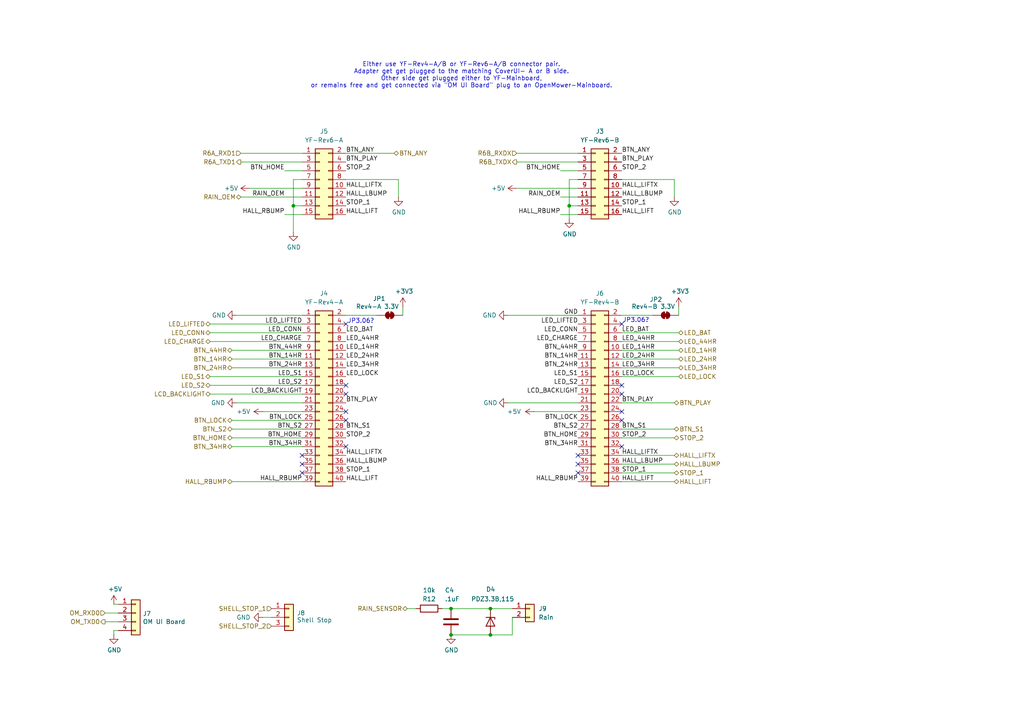
<source format=kicad_sch>
(kicad_sch (version 20231120) (generator "eeschema") (generator_version "8.0")
  (paper "A4")
  (title_block (title "YardForce Rev4-6 CoverUI-Adapter") (date "2024-11-11") (rev "0.2") (comment 1 "(C) Apehaenger 2024 <joerg@ebeling.ws>") (comment 2 "For https://openmower.de & Patrickzzz"))
  (lib_symbols
    (symbol "+5V_2" (power) (pin_numbers hide) (pin_names (offset 0) hide)
      (property "Value" "+5V" (at 0 3.556 0))
      (symbol "+5V_2_0_1"
        (polyline (pts (xy -0.762 1.27) (xy 0 2.54)))
        (polyline (pts (xy 0 0) (xy 0 2.54)))
        (polyline (pts (xy 0 2.54) (xy 0.762 1.27)))
      )
      (symbol "+5V_2_1_1"
        (pin power_in line (at 0 0 90) (length 0) (name "~") (number "1"))
      )
    )
    (symbol "+5V_3" (power) (pin_numbers hide) (pin_names (offset 0) hide)
      (property "Value" "+5V" (at 0 3.556 0))
      (symbol "+5V_3_0_1"
        (polyline (pts (xy -0.762 1.27) (xy 0 2.54)))
        (polyline (pts (xy 0 0) (xy 0 2.54)))
        (polyline (pts (xy 0 2.54) (xy 0.762 1.27)))
      )
      (symbol "+5V_3_1_1"
        (pin power_in line (at 0 0 90) (length 0) (name "~") (number "1"))
      )
    )
    (symbol "+5V_4" (power) (pin_numbers hide) (pin_names (offset 0) hide)
      (property "Value" "+5V" (at 0 3.556 0))
      (symbol "+5V_4_0_1"
        (polyline (pts (xy -0.762 1.27) (xy 0 2.54)))
        (polyline (pts (xy 0 0) (xy 0 2.54)))
        (polyline (pts (xy 0 2.54) (xy 0.762 1.27)))
      )
      (symbol "+5V_4_1_1"
        (pin power_in line (at 0 0 90) (length 0) (name "~") (number "1"))
      )
    )
    (symbol "+5V_5" (power) (pin_numbers hide) (pin_names (offset 0) hide)
      (property "Value" "+5V" (at 0 3.556 0))
      (symbol "+5V_5_0_1"
        (polyline (pts (xy -0.762 1.27) (xy 0 2.54)))
        (polyline (pts (xy 0 0) (xy 0 2.54)))
        (polyline (pts (xy 0 2.54) (xy 0.762 1.27)))
      )
      (symbol "+5V_5_1_1"
        (pin power_in line (at 0 0 90) (length 0) (name "~") (number "1"))
      )
    )
    (symbol "+5V_6" (power) (pin_numbers hide) (pin_names (offset 0) hide)
      (property "Value" "+5V" (at 0 3.556 0))
      (symbol "+5V_6_0_1"
        (polyline (pts (xy -0.762 1.27) (xy 0 2.54)))
        (polyline (pts (xy 0 0) (xy 0 2.54)))
        (polyline (pts (xy 0 2.54) (xy 0.762 1.27)))
      )
      (symbol "+5V_6_1_1"
        (pin power_in line (at 0 0 90) (length 0) (name "~") (number "1"))
      )
    )
    (symbol "Connector_Generic:Conn_01x02" (pin_names (offset 1.016) hide)
      (property "Reference" "J" (at 0 2.54 0))
      (property "Value" "Conn_01x02" (at 0 -5.08 0))
      (symbol "Conn_01x02_1_1"
        (rectangle (start -1.27 -2.413) (end 0 -2.667) (stroke (width 0.1524)))
        (rectangle (start -1.27 0.127) (end 0 -0.127) (stroke (width 0.1524)))
        (rectangle (start -1.27 1.27) (end 1.27 -3.81) (stroke (width 0.254)) (fill (type background)))
        (pin passive line (at -5.08 0 0) (length 3.81) (name "Pin_1") (number "1"))
        (pin passive line (at -5.08 -2.54 0) (length 3.81) (name "Pin_2") (number "2"))
      )
    )
    (symbol "Connector_Generic:Conn_01x03" (pin_names (offset 1.016) hide)
      (property "Reference" "J" (at 0 5.08 0))
      (property "Value" "Conn_01x03" (at 0 -5.08 0))
      (symbol "Conn_01x03_1_1"
        (rectangle (start -1.27 -2.413) (end 0 -2.667) (stroke (width 0.1524)))
        (rectangle (start -1.27 0.127) (end 0 -0.127) (stroke (width 0.1524)))
        (rectangle (start -1.27 2.667) (end 0 2.413) (stroke (width 0.1524)))
        (rectangle (start -1.27 3.81) (end 1.27 -3.81) (stroke (width 0.254)) (fill (type background)))
        (pin passive line (at -5.08 2.54 0) (length 3.81) (name "Pin_1") (number "1"))
        (pin passive line (at -5.08 0 0) (length 3.81) (name "Pin_2") (number "2"))
        (pin passive line (at -5.08 -2.54 0) (length 3.81) (name "Pin_3") (number "3"))
      )
    )
    (symbol "Connector_Generic:Conn_01x04" (pin_names (offset 1.016) hide)
      (property "Reference" "J" (at 0 5.08 0))
      (property "Value" "Conn_01x04" (at 0 -7.62 0))
      (symbol "Conn_01x04_1_1"
        (rectangle (start -1.27 -4.953) (end 0 -5.207) (stroke (width 0.1524)))
        (rectangle (start -1.27 -2.413) (end 0 -2.667) (stroke (width 0.1524)))
        (rectangle (start -1.27 0.127) (end 0 -0.127) (stroke (width 0.1524)))
        (rectangle (start -1.27 2.667) (end 0 2.413) (stroke (width 0.1524)))
        (rectangle (start -1.27 3.81) (end 1.27 -6.35) (stroke (width 0.254)) (fill (type background)))
        (pin passive line (at -5.08 2.54 0) (length 3.81) (name "Pin_1") (number "1"))
        (pin passive line (at -5.08 0 0) (length 3.81) (name "Pin_2") (number "2"))
        (pin passive line (at -5.08 -2.54 0) (length 3.81) (name "Pin_3") (number "3"))
        (pin passive line (at -5.08 -5.08 0) (length 3.81) (name "Pin_4") (number "4"))
      )
    )
    (symbol "Connector_Generic:Conn_02x08_Odd_Even" (pin_names (offset 1.016) hide)
      (property "Reference" "J" (at 1.27 10.16 0))
      (property "Value" "Conn_02x08_Odd_Even" (at 1.27 -12.7 0))
      (symbol "Conn_02x08_Odd_Even_1_1"
        (rectangle (start -1.27 -10.033) (end 0 -10.287) (stroke (width 0.1524)))
        (rectangle (start -1.27 -7.493) (end 0 -7.747) (stroke (width 0.1524)))
        (rectangle (start -1.27 -4.953) (end 0 -5.207) (stroke (width 0.1524)))
        (rectangle (start -1.27 -2.413) (end 0 -2.667) (stroke (width 0.1524)))
        (rectangle (start -1.27 0.127) (end 0 -0.127) (stroke (width 0.1524)))
        (rectangle (start -1.27 2.667) (end 0 2.413) (stroke (width 0.1524)))
        (rectangle (start -1.27 5.207) (end 0 4.953) (stroke (width 0.1524)))
        (rectangle (start -1.27 7.747) (end 0 7.493) (stroke (width 0.1524)))
        (rectangle (start -1.27 8.89) (end 3.81 -11.43) (stroke (width 0.254)) (fill (type background)))
        (rectangle (start 3.81 -10.033) (end 2.54 -10.287) (stroke (width 0.1524)))
        (rectangle (start 3.81 -7.493) (end 2.54 -7.747) (stroke (width 0.1524)))
        (rectangle (start 3.81 -4.953) (end 2.54 -5.207) (stroke (width 0.1524)))
        (rectangle (start 3.81 -2.413) (end 2.54 -2.667) (stroke (width 0.1524)))
        (rectangle (start 3.81 0.127) (end 2.54 -0.127) (stroke (width 0.1524)))
        (rectangle (start 3.81 2.667) (end 2.54 2.413) (stroke (width 0.1524)))
        (rectangle (start 3.81 5.207) (end 2.54 4.953) (stroke (width 0.1524)))
        (rectangle (start 3.81 7.747) (end 2.54 7.493) (stroke (width 0.1524)))
        (pin passive line (at -5.08 7.62 0) (length 3.81) (name "Pin_1") (number "1"))
        (pin passive line (at 7.62 -2.54 180) (length 3.81) (name "Pin_10") (number "10"))
        (pin passive line (at -5.08 -5.08 0) (length 3.81) (name "Pin_11") (number "11"))
        (pin passive line (at 7.62 -5.08 180) (length 3.81) (name "Pin_12") (number "12"))
        (pin passive line (at -5.08 -7.62 0) (length 3.81) (name "Pin_13") (number "13"))
        (pin passive line (at 7.62 -7.62 180) (length 3.81) (name "Pin_14") (number "14"))
        (pin passive line (at -5.08 -10.16 0) (length 3.81) (name "Pin_15") (number "15"))
        (pin passive line (at 7.62 -10.16 180) (length 3.81) (name "Pin_16") (number "16"))
        (pin passive line (at 7.62 7.62 180) (length 3.81) (name "Pin_2") (number "2"))
        (pin passive line (at -5.08 5.08 0) (length 3.81) (name "Pin_3") (number "3"))
        (pin passive line (at 7.62 5.08 180) (length 3.81) (name "Pin_4") (number "4"))
        (pin passive line (at -5.08 2.54 0) (length 3.81) (name "Pin_5") (number "5"))
        (pin passive line (at 7.62 2.54 180) (length 3.81) (name "Pin_6") (number "6"))
        (pin passive line (at -5.08 0 0) (length 3.81) (name "Pin_7") (number "7"))
        (pin passive line (at 7.62 0 180) (length 3.81) (name "Pin_8") (number "8"))
        (pin passive line (at -5.08 -2.54 0) (length 3.81) (name "Pin_9") (number "9"))
      )
    )
    (symbol "Connector_Generic:Conn_02x20_Odd_Even" (pin_names (offset 1.016) hide)
      (property "Reference" "J" (at 1.27 25.4 0))
      (property "Value" "Conn_02x20_Odd_Even" (at 1.27 -27.94 0))
      (symbol "Conn_02x20_Odd_Even_1_1"
        (rectangle (start -1.27 -25.273) (end 0 -25.527) (stroke (width 0.1524)))
        (rectangle (start -1.27 -22.733) (end 0 -22.987) (stroke (width 0.1524)))
        (rectangle (start -1.27 -20.193) (end 0 -20.447) (stroke (width 0.1524)))
        (rectangle (start -1.27 -17.653) (end 0 -17.907) (stroke (width 0.1524)))
        (rectangle (start -1.27 -15.113) (end 0 -15.367) (stroke (width 0.1524)))
        (rectangle (start -1.27 -12.573) (end 0 -12.827) (stroke (width 0.1524)))
        (rectangle (start -1.27 -10.033) (end 0 -10.287) (stroke (width 0.1524)))
        (rectangle (start -1.27 -7.493) (end 0 -7.747) (stroke (width 0.1524)))
        (rectangle (start -1.27 -4.953) (end 0 -5.207) (stroke (width 0.1524)))
        (rectangle (start -1.27 -2.413) (end 0 -2.667) (stroke (width 0.1524)))
        (rectangle (start -1.27 0.127) (end 0 -0.127) (stroke (width 0.1524)))
        (rectangle (start -1.27 2.667) (end 0 2.413) (stroke (width 0.1524)))
        (rectangle (start -1.27 5.207) (end 0 4.953) (stroke (width 0.1524)))
        (rectangle (start -1.27 7.747) (end 0 7.493) (stroke (width 0.1524)))
        (rectangle (start -1.27 10.287) (end 0 10.033) (stroke (width 0.1524)))
        (rectangle (start -1.27 12.827) (end 0 12.573) (stroke (width 0.1524)))
        (rectangle (start -1.27 15.367) (end 0 15.113) (stroke (width 0.1524)))
        (rectangle (start -1.27 17.907) (end 0 17.653) (stroke (width 0.1524)))
        (rectangle (start -1.27 20.447) (end 0 20.193) (stroke (width 0.1524)))
        (rectangle (start -1.27 22.987) (end 0 22.733) (stroke (width 0.1524)))
        (rectangle (start -1.27 24.13) (end 3.81 -26.67) (stroke (width 0.254)) (fill (type background)))
        (rectangle (start 3.81 -25.273) (end 2.54 -25.527) (stroke (width 0.1524)))
        (rectangle (start 3.81 -22.733) (end 2.54 -22.987) (stroke (width 0.1524)))
        (rectangle (start 3.81 -20.193) (end 2.54 -20.447) (stroke (width 0.1524)))
        (rectangle (start 3.81 -17.653) (end 2.54 -17.907) (stroke (width 0.1524)))
        (rectangle (start 3.81 -15.113) (end 2.54 -15.367) (stroke (width 0.1524)))
        (rectangle (start 3.81 -12.573) (end 2.54 -12.827) (stroke (width 0.1524)))
        (rectangle (start 3.81 -10.033) (end 2.54 -10.287) (stroke (width 0.1524)))
        (rectangle (start 3.81 -7.493) (end 2.54 -7.747) (stroke (width 0.1524)))
        (rectangle (start 3.81 -4.953) (end 2.54 -5.207) (stroke (width 0.1524)))
        (rectangle (start 3.81 -2.413) (end 2.54 -2.667) (stroke (width 0.1524)))
        (rectangle (start 3.81 0.127) (end 2.54 -0.127) (stroke (width 0.1524)))
        (rectangle (start 3.81 2.667) (end 2.54 2.413) (stroke (width 0.1524)))
        (rectangle (start 3.81 5.207) (end 2.54 4.953) (stroke (width 0.1524)))
        (rectangle (start 3.81 7.747) (end 2.54 7.493) (stroke (width 0.1524)))
        (rectangle (start 3.81 10.287) (end 2.54 10.033) (stroke (width 0.1524)))
        (rectangle (start 3.81 12.827) (end 2.54 12.573) (stroke (width 0.1524)))
        (rectangle (start 3.81 15.367) (end 2.54 15.113) (stroke (width 0.1524)))
        (rectangle (start 3.81 17.907) (end 2.54 17.653) (stroke (width 0.1524)))
        (rectangle (start 3.81 20.447) (end 2.54 20.193) (stroke (width 0.1524)))
        (rectangle (start 3.81 22.987) (end 2.54 22.733) (stroke (width 0.1524)))
        (pin passive line (at -5.08 22.86 0) (length 3.81) (name "Pin_1") (number "1"))
        (pin passive line (at 7.62 12.7 180) (length 3.81) (name "Pin_10") (number "10"))
        (pin passive line (at -5.08 10.16 0) (length 3.81) (name "Pin_11") (number "11"))
        (pin passive line (at 7.62 10.16 180) (length 3.81) (name "Pin_12") (number "12"))
        (pin passive line (at -5.08 7.62 0) (length 3.81) (name "Pin_13") (number "13"))
        (pin passive line (at 7.62 7.62 180) (length 3.81) (name "Pin_14") (number "14"))
        (pin passive line (at -5.08 5.08 0) (length 3.81) (name "Pin_15") (number "15"))
        (pin passive line (at 7.62 5.08 180) (length 3.81) (name "Pin_16") (number "16"))
        (pin passive line (at -5.08 2.54 0) (length 3.81) (name "Pin_17") (number "17"))
        (pin passive line (at 7.62 2.54 180) (length 3.81) (name "Pin_18") (number "18"))
        (pin passive line (at -5.08 0 0) (length 3.81) (name "Pin_19") (number "19"))
        (pin passive line (at 7.62 22.86 180) (length 3.81) (name "Pin_2") (number "2"))
        (pin passive line (at 7.62 0 180) (length 3.81) (name "Pin_20") (number "20"))
        (pin passive line (at -5.08 -2.54 0) (length 3.81) (name "Pin_21") (number "21"))
        (pin passive line (at 7.62 -2.54 180) (length 3.81) (name "Pin_22") (number "22"))
        (pin passive line (at -5.08 -5.08 0) (length 3.81) (name "Pin_23") (number "23"))
        (pin passive line (at 7.62 -5.08 180) (length 3.81) (name "Pin_24") (number "24"))
        (pin passive line (at -5.08 -7.62 0) (length 3.81) (name "Pin_25") (number "25"))
        (pin passive line (at 7.62 -7.62 180) (length 3.81) (name "Pin_26") (number "26"))
        (pin passive line (at -5.08 -10.16 0) (length 3.81) (name "Pin_27") (number "27"))
        (pin passive line (at 7.62 -10.16 180) (length 3.81) (name "Pin_28") (number "28"))
        (pin passive line (at -5.08 -12.7 0) (length 3.81) (name "Pin_29") (number "29"))
        (pin passive line (at -5.08 20.32 0) (length 3.81) (name "Pin_3") (number "3"))
        (pin passive line (at 7.62 -12.7 180) (length 3.81) (name "Pin_30") (number "30"))
        (pin passive line (at -5.08 -15.24 0) (length 3.81) (name "Pin_31") (number "31"))
        (pin passive line (at 7.62 -15.24 180) (length 3.81) (name "Pin_32") (number "32"))
        (pin passive line (at -5.08 -17.78 0) (length 3.81) (name "Pin_33") (number "33"))
        (pin passive line (at 7.62 -17.78 180) (length 3.81) (name "Pin_34") (number "34"))
        (pin passive line (at -5.08 -20.32 0) (length 3.81) (name "Pin_35") (number "35"))
        (pin passive line (at 7.62 -20.32 180) (length 3.81) (name "Pin_36") (number "36"))
        (pin passive line (at -5.08 -22.86 0) (length 3.81) (name "Pin_37") (number "37"))
        (pin passive line (at 7.62 -22.86 180) (length 3.81) (name "Pin_38") (number "38"))
        (pin passive line (at -5.08 -25.4 0) (length 3.81) (name "Pin_39") (number "39"))
        (pin passive line (at 7.62 20.32 180) (length 3.81) (name "Pin_4") (number "4"))
        (pin passive line (at 7.62 -25.4 180) (length 3.81) (name "Pin_40") (number "40"))
        (pin passive line (at -5.08 17.78 0) (length 3.81) (name "Pin_5") (number "5"))
        (pin passive line (at 7.62 17.78 180) (length 3.81) (name "Pin_6") (number "6"))
        (pin passive line (at -5.08 15.24 0) (length 3.81) (name "Pin_7") (number "7"))
        (pin passive line (at 7.62 15.24 180) (length 3.81) (name "Pin_8") (number "8"))
        (pin passive line (at -5.08 12.7 0) (length 3.81) (name "Pin_9") (number "9"))
      )
    )
    (symbol "Device:C" (pin_numbers hide) (pin_names (offset 0.254))
      (property "Reference" "C" (at 0.635 2.54 0))
      (property "Value" "C" (at 0.635 -2.54 0))
      (symbol "C_0_1"
        (polyline (pts (xy -2.032 -0.762) (xy 2.032 -0.762)) (stroke (width 0.508)))
        (polyline (pts (xy -2.032 0.762) (xy 2.032 0.762)) (stroke (width 0.508)))
      )
      (symbol "C_1_1"
        (pin passive line (at 0 3.81 270) (length 2.794) (name "~") (number "1"))
        (pin passive line (at 0 -3.81 90) (length 2.794) (name "~") (number "2"))
      )
    )
    (symbol "Device:D_Zener" (pin_numbers hide) (pin_names (offset 1.016) hide)
      (property "Reference" "D" (at 0 2.54 0))
      (property "Value" "D_Zener" (at 0 -2.54 0))
      (symbol "D_Zener_0_1"
        (polyline (pts (xy 1.27 0) (xy -1.27 0)))
        (polyline (pts (xy -1.27 -1.27) (xy -1.27 1.27) (xy -0.762 1.27)) (stroke (width 0.254)))
        (polyline (pts (xy 1.27 -1.27) (xy 1.27 1.27) (xy -1.27 0) (xy 1.27 -1.27)) (stroke (width 0.254)))
      )
      (symbol "D_Zener_1_1"
        (pin passive line (at -3.81 0 0) (length 2.54) (name "K") (number "1"))
        (pin passive line (at 3.81 0 180) (length 2.54) (name "A") (number "2"))
      )
    )
    (symbol "Device:R" (pin_numbers hide) (pin_names (offset 0))
      (property "Reference" "R" (at 2.032 0 90))
      (property "Value" "R" (at 0 0 90))
      (symbol "R_0_1"
        (rectangle (start -1.016 -2.54) (end 1.016 2.54) (stroke (width 0.254)))
      )
      (symbol "R_1_1"
        (pin passive line (at 0 3.81 270) (length 1.27) (name "~") (number "1"))
        (pin passive line (at 0 -3.81 90) (length 1.27) (name "~") (number "2"))
      )
    )
    (symbol "GND_10" (power) (pin_numbers hide) (pin_names (offset 0) hide)
      (property "Value" "GND" (at 0 -3.81 0))
      (symbol "GND_10_0_1"
        (polyline (pts (xy 0 0) (xy 0 -1.27) (xy 1.27 -1.27) (xy 0 -2.54) (xy -1.27 -1.27) (xy 0 -1.27)))
      )
      (symbol "GND_10_1_1"
        (pin power_in line (at 0 0 270) (length 0) (name "~") (number "1"))
      )
    )
    (symbol "GND_11" (power) (pin_numbers hide) (pin_names (offset 0) hide)
      (property "Value" "GND" (at 0 -3.81 0))
      (symbol "GND_11_0_1"
        (polyline (pts (xy 0 0) (xy 0 -1.27) (xy 1.27 -1.27) (xy 0 -2.54) (xy -1.27 -1.27) (xy 0 -1.27)))
      )
      (symbol "GND_11_1_1"
        (pin power_in line (at 0 0 270) (length 0) (name "~") (number "1"))
      )
    )
    (symbol "GND_12" (power) (pin_numbers hide) (pin_names (offset 0) hide)
      (property "Value" "GND" (at 0 -3.81 0))
      (symbol "GND_12_0_1"
        (polyline (pts (xy 0 0) (xy 0 -1.27) (xy 1.27 -1.27) (xy 0 -2.54) (xy -1.27 -1.27) (xy 0 -1.27)))
      )
      (symbol "GND_12_1_1"
        (pin power_in line (at 0 0 270) (length 0) (name "~") (number "1"))
      )
    )
    (symbol "GND_13" (power) (pin_numbers hide) (pin_names (offset 0) hide)
      (property "Value" "GND" (at 0 -3.81 0))
      (symbol "GND_13_0_1"
        (polyline (pts (xy 0 0) (xy 0 -1.27) (xy 1.27 -1.27) (xy 0 -2.54) (xy -1.27 -1.27) (xy 0 -1.27)))
      )
      (symbol "GND_13_1_1"
        (pin power_in line (at 0 0 270) (length 0) (name "~") (number "1"))
      )
    )
    (symbol "GND_3" (power) (pin_numbers hide) (pin_names (offset 0) hide)
      (property "Value" "GND" (at 0 -3.81 0))
      (symbol "GND_3_0_1"
        (polyline (pts (xy 0 0) (xy 0 -1.27) (xy 1.27 -1.27) (xy 0 -2.54) (xy -1.27 -1.27) (xy 0 -1.27)))
      )
      (symbol "GND_3_1_1"
        (pin power_in line (at 0 0 270) (length 0) (name "~") (number "1"))
      )
    )
    (symbol "GND_4" (power) (pin_numbers hide) (pin_names (offset 0) hide)
      (property "Value" "GND" (at 0 -3.81 0))
      (symbol "GND_4_0_1"
        (polyline (pts (xy 0 0) (xy 0 -1.27) (xy 1.27 -1.27) (xy 0 -2.54) (xy -1.27 -1.27) (xy 0 -1.27)))
      )
      (symbol "GND_4_1_1"
        (pin power_in line (at 0 0 270) (length 0) (name "~") (number "1"))
      )
    )
    (symbol "GND_6" (power) (pin_numbers hide) (pin_names (offset 0) hide)
      (property "Value" "GND" (at 0 -3.81 0))
      (symbol "GND_6_0_1"
        (polyline (pts (xy 0 0) (xy 0 -1.27) (xy 1.27 -1.27) (xy 0 -2.54) (xy -1.27 -1.27) (xy 0 -1.27)))
      )
      (symbol "GND_6_1_1"
        (pin power_in line (at 0 0 270) (length 0) (name "~") (number "1"))
      )
    )
    (symbol "GND_8" (power) (pin_numbers hide) (pin_names (offset 0) hide)
      (property "Value" "GND" (at 0 -3.81 0))
      (symbol "GND_8_0_1"
        (polyline (pts (xy 0 0) (xy 0 -1.27) (xy 1.27 -1.27) (xy 0 -2.54) (xy -1.27 -1.27) (xy 0 -1.27)))
      )
      (symbol "GND_8_1_1"
        (pin power_in line (at 0 0 270) (length 0) (name "~") (number "1"))
      )
    )
    (symbol "GND_9" (power) (pin_numbers hide) (pin_names (offset 0) hide)
      (property "Value" "GND" (at 0 -3.81 0))
      (symbol "GND_9_0_1"
        (polyline (pts (xy 0 0) (xy 0 -1.27) (xy 1.27 -1.27) (xy 0 -2.54) (xy -1.27 -1.27) (xy 0 -1.27)))
      )
      (symbol "GND_9_1_1"
        (pin power_in line (at 0 0 270) (length 0) (name "~") (number "1"))
      )
    )
    (symbol "Jumper:SolderJumper_2_Bridged" (pin_numbers hide) (pin_names (offset 0) hide) (exclude_from_sim yes) (in_bom no)
      (property "Reference" "JP" (at 0 2.032 0))
      (property "Value" "SolderJumper_2_Bridged" (at 0 -2.54 0))
      (symbol "SolderJumper_2_Bridged_0_1"
        (rectangle (start -0.508 0.508) (end 0.508 -0.508) (fill (type outline)))
        (arc (start -0.254 1.016) (mid -1.2656 0) (end -0.254 -1.016))
        (arc (start -0.254 1.016) (mid -1.2656 0) (end -0.254 -1.016) (fill (type outline)))
        (polyline (pts (xy -0.254 1.016) (xy -0.254 -1.016)))
        (polyline (pts (xy 0.254 1.016) (xy 0.254 -1.016)))
        (arc (start 0.254 -1.016) (mid 1.2656 0) (end 0.254 1.016))
        (arc (start 0.254 -1.016) (mid 1.2656 0) (end 0.254 1.016) (fill (type outline)))
      )
      (symbol "SolderJumper_2_Bridged_1_1"
        (pin passive line (at -3.81 0 0) (length 2.54) (name "A") (number "1"))
        (pin passive line (at 3.81 0 180) (length 2.54) (name "B") (number "2"))
      )
    )
    (symbol "power:+3.3V" (power) (pin_numbers hide) (pin_names (offset 0) hide)
      (property "Value" "+3.3V" (at 0 3.556 0))
      (symbol "+3.3V_0_1"
        (polyline (pts (xy -0.762 1.27) (xy 0 2.54)))
        (polyline (pts (xy 0 0) (xy 0 2.54)))
        (polyline (pts (xy 0 2.54) (xy 0.762 1.27)))
      )
      (symbol "+3.3V_1_1"
        (pin power_in line (at 0 0 90) (length 0) (name "~") (number "1"))
      )
    )
    (symbol "power:GND" (power) (pin_numbers hide) (pin_names (offset 0) hide)
      (property "Value" "GND" (at 0 -3.81 0))
      (symbol "GND_0_1"
        (polyline (pts (xy 0 0) (xy 0 -1.27) (xy 1.27 -1.27) (xy 0 -2.54) (xy -1.27 -1.27) (xy 0 -1.27)))
      )
      (symbol "GND_1_1"
        (pin power_in line (at 0 0 270) (length 0) (name "~") (number "1"))
      )
    )
  )
  (junction (at 130.81 184.15))
  (junction (at 165.1 59.69))
  (junction (at 85.09 59.69))
  (junction (at 142.24 184.15))
  (junction (at 142.24 176.53))
  (junction (at 130.81 176.53))
  (no_connect (at 180.34 93.98))
  (no_connect (at 180.34 121.92))
  (no_connect (at 180.34 111.76))
  (no_connect (at 87.63 132.08))
  (no_connect (at 87.63 137.16))
  (no_connect (at 167.64 137.16))
  (no_connect (at 100.33 111.76))
  (no_connect (at 180.34 129.54))
  (no_connect (at 100.33 93.98))
  (no_connect (at 100.33 114.3))
  (no_connect (at 167.64 134.62))
  (no_connect (at 100.33 121.92))
  (no_connect (at 87.63 134.62))
  (no_connect (at 167.64 132.08))
  (no_connect (at 180.34 114.3))
  (no_connect (at 180.34 119.38))
  (no_connect (at 100.33 129.54))
  (no_connect (at 100.33 119.38))
  (wire (pts (xy 180.34 104.14) (xy 196.85 104.14)))
  (wire (pts (xy 85.09 52.07) (xy 85.09 59.69)))
  (wire (pts (xy 167.64 52.07) (xy 165.1 52.07)))
  (wire (pts (xy 60.96 109.22) (xy 87.63 109.22)))
  (wire (pts (xy 180.34 137.16) (xy 195.58 137.16)))
  (wire (pts (xy 60.96 96.52) (xy 87.63 96.52)))
  (wire (pts (xy 30.48 177.8) (xy 34.29 177.8)))
  (wire (pts (xy 87.63 52.07) (xy 85.09 52.07)))
  (wire (pts (xy 115.57 52.07) (xy 115.57 57.15)))
  (wire (pts (xy 60.96 114.3) (xy 87.63 114.3)))
  (wire (pts (xy 180.34 52.07) (xy 195.58 52.07)))
  (wire (pts (xy 60.96 111.76) (xy 87.63 111.76)))
  (wire (pts (xy 142.24 176.53) (xy 148.59 176.53)))
  (wire (pts (xy 67.31 124.46) (xy 87.63 124.46)))
  (wire (pts (xy 82.55 49.53) (xy 87.63 49.53)))
  (wire (pts (xy 180.34 127) (xy 195.58 127)))
  (wire (pts (xy 67.31 127) (xy 87.63 127)))
  (wire (pts (xy 195.58 52.07) (xy 195.58 57.15)))
  (wire (pts (xy 76.2 179.07) (xy 78.74 179.07)))
  (wire (pts (xy 149.86 54.61) (xy 167.64 54.61)))
  (wire (pts (xy 100.33 91.44) (xy 109.22 91.44)))
  (wire (pts (xy 34.29 182.88) (xy 33.02 182.88)))
  (wire (pts (xy 76.2 119.38) (xy 87.63 119.38)))
  (wire (pts (xy 130.81 176.53) (xy 142.24 176.53)))
  (wire (pts (xy 67.31 129.54) (xy 87.63 129.54)))
  (wire (pts (xy 148.59 184.15) (xy 142.24 184.15)))
  (wire (pts (xy 30.48 180.34) (xy 34.29 180.34)))
  (wire (pts (xy 165.1 52.07) (xy 165.1 59.69)))
  (wire (pts (xy 196.85 88.9) (xy 196.85 91.44)))
  (wire (pts (xy 180.34 91.44) (xy 189.23 91.44)))
  (wire (pts (xy 67.31 106.68) (xy 87.63 106.68)))
  (wire (pts (xy 148.59 179.07) (xy 148.59 184.15)))
  (wire (pts (xy 180.34 96.52) (xy 196.85 96.52)))
  (wire (pts (xy 147.32 91.44) (xy 167.64 91.44)))
  (wire (pts (xy 180.34 116.84) (xy 195.58 116.84)))
  (wire (pts (xy 180.34 106.68) (xy 196.85 106.68)))
  (wire (pts (xy 165.1 59.69) (xy 165.1 63.5)))
  (wire (pts (xy 33.02 182.88) (xy 33.02 184.15)))
  (wire (pts (xy 149.86 44.45) (xy 167.64 44.45)))
  (wire (pts (xy 85.09 59.69) (xy 87.63 59.69)))
  (wire (pts (xy 180.34 109.22) (xy 196.85 109.22)))
  (wire (pts (xy 100.33 44.45) (xy 114.3 44.45)))
  (wire (pts (xy 162.56 49.53) (xy 167.64 49.53)))
  (wire (pts (xy 167.64 119.38) (xy 154.94 119.38)))
  (wire (pts (xy 147.32 116.84) (xy 167.64 116.84)))
  (wire (pts (xy 72.39 54.61) (xy 87.63 54.61)))
  (wire (pts (xy 67.31 104.14) (xy 87.63 104.14)))
  (wire (pts (xy 82.55 62.23) (xy 87.63 62.23)))
  (wire (pts (xy 180.34 139.7) (xy 195.58 139.7)))
  (wire (pts (xy 69.85 46.99) (xy 87.63 46.99)))
  (wire (pts (xy 165.1 59.69) (xy 167.64 59.69)))
  (wire (pts (xy 180.34 132.08) (xy 195.58 132.08)))
  (wire (pts (xy 162.56 57.15) (xy 167.64 57.15)))
  (wire (pts (xy 180.34 99.06) (xy 196.85 99.06)))
  (wire (pts (xy 149.86 46.99) (xy 167.64 46.99)))
  (wire (pts (xy 128.27 176.53) (xy 130.81 176.53)))
  (wire (pts (xy 67.31 139.7) (xy 87.63 139.7)))
  (wire (pts (xy 180.34 101.6) (xy 196.85 101.6)))
  (wire (pts (xy 85.09 59.69) (xy 85.09 67.31)))
  (wire (pts (xy 180.34 134.62) (xy 195.58 134.62)))
  (wire (pts (xy 180.34 124.46) (xy 195.58 124.46)))
  (wire (pts (xy 69.85 57.15) (xy 87.63 57.15)))
  (wire (pts (xy 118.11 176.53) (xy 120.65 176.53)))
  (wire (pts (xy 60.96 93.98) (xy 87.63 93.98)))
  (wire (pts (xy 60.96 99.06) (xy 87.63 99.06)))
  (wire (pts (xy 67.31 101.6) (xy 87.63 101.6)))
  (wire (pts (xy 87.63 91.44) (xy 68.58 91.44)))
  (wire (pts (xy 100.33 52.07) (xy 115.57 52.07)))
  (wire (pts (xy 68.58 116.84) (xy 87.63 116.84)))
  (wire (pts (xy 130.81 184.15) (xy 142.24 184.15)))
  (wire (pts (xy 67.31 121.92) (xy 87.63 121.92)))
  (wire (pts (xy 69.85 44.45) (xy 87.63 44.45)))
  (wire (pts (xy 116.84 88.9) (xy 116.84 91.44)))
  (wire (pts (xy 162.56 62.23) (xy 167.64 62.23)))
  (wire (pts (xy 33.02 175.26) (xy 34.29 175.26)))
  (text "JP3.06?" (at 100.838 93.218 0) (effects (font (size 1.27 1.27)) (justify left)))
  (text "JP3.06?" (at 180.594 92.964 0) (effects (font (size 1.27 1.27)) (justify left)))
  (text "Either use YF-Rev4-A/B or YF-Rev6-A/B connector pair.\nAdapter get get plugged to the matching CoverUI- A or B side.\nOther side get plugged either to YF-Mainboard,\nor remains free and get connected via \"OM UI Board\" plug to an OpenMower-Mainboard.\n" (at 133.858 21.844 0) (effects (font (size 1.27 1.27))))
  (label "BTN_PLAY" (at 180.34 116.84 0))
  (label "BTN_HOME" (at 87.63 127 180))
  (label "BTN_S2" (at 87.63 124.46 180))
  (label "LED_LOCK" (at 180.34 109.22 0))
  (label "BTN_34HR" (at 167.64 129.54 180))
  (label "LED_34HR" (at 180.34 106.68 0))
  (label "HALL_LIFT" (at 180.34 62.23 0))
  (label "STOP_1" (at 180.34 137.16 0))
  (label "LED_24HR" (at 180.34 104.14 0))
  (label "BTN_44HR" (at 167.64 101.6 180))
  (label "HALL_LBUMP" (at 100.33 57.15 0))
  (label "LED_24HR" (at 100.33 104.14 0))
  (label "BTN_24HR" (at 87.63 106.68 180))
  (label "STOP_2" (at 180.34 49.53 0))
  (label "HALL_RBUMP" (at 162.56 62.23 180))
  (label "BTN_HOME" (at 167.64 127 180))
  (label "LED_34HR" (at 100.33 106.68 0))
  (label "BTN_ANY" (at 180.34 44.45 0))
  (label "HALL_LBUMP" (at 180.34 134.62 0))
  (label "LED_CHARGE" (at 167.64 99.06 180))
  (label "HALL_LIFTX" (at 180.34 132.08 0))
  (label "RAIN_OEM" (at 82.55 57.15 180))
  (label "BTN_PLAY" (at 180.34 46.99 0))
  (label "STOP_1" (at 180.34 59.69 0))
  (label "LED_14HR" (at 180.34 101.6 0))
  (label "RAIN_OEM" (at 162.56 57.15 180))
  (label "HALL_LIFT" (at 100.33 62.23 0))
  (label "BTN_LOCK" (at 167.64 121.92 180))
  (label "LED_44HR" (at 100.33 99.06 0))
  (label "LED_44HR" (at 180.34 99.06 0))
  (label "BTN_S1" (at 100.33 124.46 0))
  (label "LED_LOCK" (at 100.33 109.22 0))
  (label "LCD_BACKLIGHT" (at 87.63 114.3 180))
  (label "HALL_LIFT" (at 180.34 139.7 0))
  (label "HALL_LIFTX" (at 100.33 132.08 0))
  (label "HALL_RBUMP" (at 87.63 139.7 180))
  (label "BTN_S2" (at 167.64 124.46 180))
  (label "BTN_34HR" (at 87.63 129.54 180))
  (label "STOP_2" (at 100.33 49.53 0))
  (label "BTN_44HR" (at 87.63 101.6 180))
  (label "STOP_2" (at 100.33 127 0))
  (label "HALL_LBUMP" (at 180.34 57.15 0))
  (label "BTN_14HR" (at 87.63 104.14 180))
  (label "LED_S2" (at 87.63 111.76 180))
  (label "LED_BAT" (at 100.33 96.52 0))
  (label "LED_BAT" (at 180.34 96.52 0))
  (label "HALL_LIFT" (at 100.33 139.7 0))
  (label "HALL_LBUMP" (at 100.33 134.62 0))
  (label "BTN_HOME" (at 82.55 49.53 180))
  (label "HALL_LIFTX" (at 180.34 54.61 0))
  (label "LED_S2" (at 167.64 111.76 180))
  (label "LED_CONN" (at 167.64 96.52 180))
  (label "BTN_PLAY" (at 100.33 46.99 0))
  (label "GND" (at 167.64 91.44 180))
  (label "BTN_24HR" (at 167.64 106.68 180))
  (label "LED_CONN" (at 87.63 96.52 180))
  (label "BTN_S1" (at 180.34 124.46 0))
  (label "LED_14HR" (at 100.33 101.6 0))
  (label "BTN_14HR" (at 167.64 104.14 180))
  (label "BTN_PLAY" (at 100.33 116.84 0))
  (label "STOP_1" (at 100.33 137.16 0))
  (label "BTN_LOCK" (at 87.63 121.92 180))
  (label "LED_S1" (at 87.63 109.22 180))
  (label "HALL_LIFTX" (at 100.33 54.61 0))
  (label "BTN_HOME" (at 162.56 49.53 180))
  (label "HALL_RBUMP" (at 82.55 62.23 180))
  (label "LED_CHARGE" (at 87.63 99.06 180))
  (label "STOP_1" (at 100.33 59.69 0))
  (label "BTN_ANY" (at 100.33 44.45 0))
  (label "HALL_RBUMP" (at 167.64 139.7 180))
  (label "LED_S1" (at 167.64 109.22 180))
  (label "LED_LIFTED" (at 167.64 93.98 180))
  (label "LCD_BACKLIGHT" (at 167.64 114.3 180))
  (label "STOP_2" (at 180.34 127 0))
  (label "LED_LIFTED" (at 87.63 93.98 180))
  (hierarchical_label "LED_44HR" (shape bidirectional) (at 196.85 99.06 0))
  (hierarchical_label "HALL_LIFT" (shape bidirectional) (at 195.58 139.7 0))
  (hierarchical_label "BTN_ANY" (shape bidirectional) (at 114.3 44.45 0))
  (hierarchical_label "LED_34HR" (shape bidirectional) (at 196.85 106.68 0))
  (hierarchical_label "OM_RXD0" (shape input) (at 30.48 177.8 180))
  (hierarchical_label "R6A_TXD1" (shape output) (at 69.85 46.99 180))
  (hierarchical_label "HALL_LBUMP" (shape bidirectional) (at 195.58 134.62 0))
  (hierarchical_label "LED_24HR" (shape bidirectional) (at 196.85 104.14 0))
  (hierarchical_label "RAIN_SENSOR" (shape bidirectional) (at 118.11 176.53 180))
  (hierarchical_label "LED_14HR" (shape bidirectional) (at 196.85 101.6 0))
  (hierarchical_label "LED_S1" (shape bidirectional) (at 60.96 109.22 180))
  (hierarchical_label "BTN_34HR" (shape bidirectional) (at 67.31 129.54 180))
  (hierarchical_label "RAIN_OEM" (shape bidirectional) (at 69.85 57.15 180))
  (hierarchical_label "R6B_TXDX" (shape output) (at 149.86 46.99 180))
  (hierarchical_label "LED_LOCK" (shape bidirectional) (at 196.85 109.22 0))
  (hierarchical_label "LCD_BACKLIGHT" (shape bidirectional) (at 60.96 114.3 180))
  (hierarchical_label "LED_BAT" (shape bidirectional) (at 196.85 96.52 0))
  (hierarchical_label "LED_S2" (shape bidirectional) (at 60.96 111.76 180))
  (hierarchical_label "BTN_24HR" (shape bidirectional) (at 67.31 106.68 180))
  (hierarchical_label "LED_LIFTED" (shape bidirectional) (at 60.96 93.98 180))
  (hierarchical_label "BTN_44HR" (shape bidirectional) (at 67.31 101.6 180))
  (hierarchical_label "OM_TXD0" (shape output) (at 30.48 180.34 180))
  (hierarchical_label "BTN_S2" (shape bidirectional) (at 67.31 124.46 180))
  (hierarchical_label "BTN_HOME" (shape bidirectional) (at 67.31 127 180))
  (hierarchical_label "SHELL_STOP_1" (shape input) (at 78.74 176.53 180))
  (hierarchical_label "BTN_LOCK" (shape bidirectional) (at 67.31 121.92 180))
  (hierarchical_label "HALL_RBUMP" (shape bidirectional) (at 67.31 139.7 180))
  (hierarchical_label "BTN_14HR" (shape bidirectional) (at 67.31 104.14 180))
  (hierarchical_label "SHELL_STOP_2" (shape input) (at 78.74 181.61 180))
  (hierarchical_label "LED_CHARGE" (shape bidirectional) (at 60.96 99.06 180))
  (hierarchical_label "R6B_RXDX" (shape input) (at 149.86 44.45 180))
  (hierarchical_label "HALL_LIFTX" (shape bidirectional) (at 195.58 132.08 0))
  (hierarchical_label "BTN_PLAY" (shape bidirectional) (at 195.58 116.84 0))
  (hierarchical_label "STOP_2" (shape bidirectional) (at 195.58 127 0))
  (hierarchical_label "R6A_RXD1" (shape input) (at 69.85 44.45 180))
  (hierarchical_label "LED_CONN" (shape bidirectional) (at 60.96 96.52 180))
  (hierarchical_label "STOP_1" (shape bidirectional) (at 195.58 137.16 0))
  (hierarchical_label "BTN_S1" (shape bidirectional) (at 195.58 124.46 0))
  (symbol (lib_name "GND_10") (lib_id "power:GND") (at 76.2 179.07 270) (unit 1)
    (property "Reference" "#PWR012" (effects (hide yes)))
    (property "Value" "GND" (at 70.612 179.07 90))
    (property "Description" "Power symbol creates a global label with name \"GND\" , ground" (effects (hide yes)))
  )
  (symbol (lib_name "GND_4") (lib_id "power:GND") (at 68.58 91.44 270) (unit 1)
    (property "Reference" "#PWR06" (effects (hide yes)))
    (property "Value" "GND" (at 63.5 91.44 90))
    (property "Description" "Power symbol creates a global label with name \"GND\" , ground" (effects (hide yes)))
  )
  (symbol (lib_name "GND_13") (lib_id "power:GND") (at 147.32 91.44 270) (unit 1)
    (property "Reference" "#PWR017" (effects (hide yes)))
    (property "Value" "GND" (at 141.986 91.44 90))
    (property "Description" "Power symbol creates a global label with name \"GND\" , ground" (effects (hide yes)))
  )
  (symbol (lib_id "power:+3.3V") (at 116.84 88.9 0) (unit 1)
    (property "Reference" "#PWR016" (effects (hide yes)))
    (property "Value" "+3V3" (at 117.221 84.5058 0))
    (property "Description" "Power symbol creates a global label with name \"+3.3V\"" (effects (hide yes)))
  )
  (symbol (lib_name "GND_8") (lib_id "power:GND") (at 115.57 57.15 0) (unit 1)
    (property "Reference" "#PWR027" (effects (hide yes)))
    (property "Value" "GND" (at 115.697 61.5442 0))
    (property "Description" "Power symbol creates a global label with name \"GND\" , ground" (effects (hide yes)))
  )
  (symbol (lib_name "+5V_4") (lib_id "power:+5V") (at 154.94 119.38 90) (unit 1)
    (property "Reference" "#PWR023" (effects (hide yes)))
    (property "Value" "+5V" (at 149.098 119.38 90))
    (property "Description" "Power symbol creates a global label with name \"+5V\"" (effects (hide yes)))
  )
  (symbol (lib_name "GND_6") (lib_id "power:GND") (at 147.32 116.84 270) (unit 1)
    (property "Reference" "#PWR018" (effects (hide yes)))
    (property "Value" "GND" (at 142.24 116.84 90))
    (property "Description" "Power symbol creates a global label with name \"GND\" , ground" (effects (hide yes)))
  )
  (symbol (lib_id "Jumper:SolderJumper_2_Bridged") (at 113.03 91.44 0) (unit 1) (exclude_from_sim yes) (in_bom no)
    (property "Reference" "JP1" (at 109.982 86.614 0))
    (property "Value" "Rev4-A 3.3V" (at 109.474 88.9 0))
    (property "Footprint" "Jumper:SolderJumper-2_P1.3mm_Bridged_RoundedPad1.0x1.5mm" (effects (hide yes)))
    (property "Description" "Solder Jumper, 2-pole, closed/bridged" (effects (hide yes)))
  )
  (symbol (lib_name "+5V_5") (lib_id "power:+5V") (at 33.02 175.26 0) (unit 1)
    (property "Reference" "#PWR09" (effects (hide yes)))
    (property "Value" "+5V" (at 33.401 170.8658 0))
    (property "Description" "Power symbol creates a global label with name \"+5V\"" (effects (hide yes)))
  )
  (symbol (lib_id "Connector_Generic:Conn_02x08_Odd_Even") (at 172.72 52.07 0) (unit 1) (in_bom no)
    (property "Reference" "J3" (at 173.99 38.1 0))
    (property "Value" "YF-Rev6-B" (at 173.99 40.64 0))
    (property "Footprint" "libs:IDC-Hybrid_2x08_P2.54mm_Latch_Vertical" (effects (hide yes)))
    (property "Description" "16 Position Header Connector 0.100\" (2.54mm) Through Hole Gold" (effects (hide yes)))
    (property "DigiKey" "S9196-ND" (effects (hide yes)))
    (property "LCSC" "C3320355" (effects (hide yes)))
  )
  (symbol (lib_name "+5V_2") (lib_id "power:+5V") (at 76.2 119.38 90) (unit 1)
    (property "Reference" "#PWR013" (effects (hide yes)))
    (property "Value" "+5V" (at 70.612 119.38 90))
    (property "Description" "Power symbol creates a global label with name \"+5V\"" (effects (hide yes)))
  )
  (symbol (lib_id "Jumper:SolderJumper_2_Bridged") (at 193.04 91.44 0) (unit 1) (exclude_from_sim yes) (in_bom no)
    (property "Reference" "JP2" (at 190.246 86.868 0))
    (property "Value" "Rev4-B 3.3V" (at 189.484 88.9 0))
    (property "Footprint" "Jumper:SolderJumper-2_P1.3mm_Bridged_RoundedPad1.0x1.5mm" (effects (hide yes)))
    (property "Description" "Solder Jumper, 2-pole, closed/bridged" (effects (hide yes)))
  )
  (symbol (lib_id "Device:R") (at 124.46 176.53 90) (mirror x) (unit 1)
    (property "Reference" "R12" (at 124.46 173.736 90))
    (property "Value" "10k" (at 124.46 171.196 90))
    (property "Footprint" "Resistor_SMD:R_0603_1608Metric" (effects (hide yes)))
    (property "Description" "100mW Thick Film Resistors 75V ±100ppm/℃ ±1% 10kΩ" (effects (hide yes)))
    (property "JLC" "C25744" (effects (hide yes)))
    (property "LCSC" "C25804" (effects (hide yes)))
  )
  (symbol (lib_id "Connector_Generic:Conn_01x04") (at 39.37 177.8 0) (unit 1)
    (property "Reference" "J7" (at 41.402 178.0032 0) (effects (justify left)))
    (property "Value" "OM UI Board" (at 41.402 180.3146 0) (effects (justify left)))
    (property "Footprint" "Connector_JST:JST_XH_B4B-XH-A_1x04_P2.50mm_Vertical" (effects (hide yes)))
    (property "Digikey" "455-2249-ND" (effects (hide yes)))
    (property "Part Number" "B4B-XH-A(LF)(SN)" (effects (hide yes)))
    (property "Stock_PN" "J-JST-XH-1x4" (effects (hide yes)))
    (property "LCSC" "C144395" (effects (hide yes)))
  )
  (symbol (lib_name "GND_11") (lib_id "power:GND") (at 195.58 57.15 0) (unit 1)
    (property "Reference" "#PWR015" (effects (hide yes)))
    (property "Value" "GND" (at 195.707 61.5442 0))
    (property "Description" "Power symbol creates a global label with name \"GND\" , ground" (effects (hide yes)))
  )
  (symbol (lib_name "GND_10") (lib_id "power:GND") (at 33.02 184.15 0) (unit 1)
    (property "Reference" "#PWR010" (effects (hide yes)))
    (property "Value" "GND" (at 33.147 188.5442 0))
    (property "Description" "Power symbol creates a global label with name \"GND\" , ground" (effects (hide yes)))
  )
  (symbol (lib_name "GND_12") (lib_id "power:GND") (at 165.1 63.5 0) (unit 1)
    (property "Reference" "#PWR014" (effects (hide yes)))
    (property "Value" "GND" (at 165.227 67.8942 0))
    (property "Description" "Power symbol creates a global label with name \"GND\" , ground" (effects (hide yes)))
  )
  (symbol (lib_id "Connector_Generic:Conn_01x02") (at 153.67 176.53 0) (unit 1)
    (property "Reference" "J9" (at 156.21 176.5299 0) (effects (justify left)))
    (property "Value" "Rain" (at 156.21 179.0699 0) (effects (justify left)))
    (property "Footprint" "Connector_JST:JST_XH_B2B-XH-A_1x02_P2.50mm_Vertical" (effects (hide yes)))
    (property "Description" "1x2P 2P XH 1 2.54mm Tin 2 -25℃~+85℃ Brass 3A Direct Insert Plugin,P=2.54mm Wire To Board Connector" (effects (hide yes)))
    (property "Part Number" "ZX-XH2.54-2PZZ" (effects (hide yes)))
    (property "Stock_PN" "J-JST-XH-1x2" (effects (hide yes)))
    (property "LCSC" "C7429632" (effects (hide yes)))
  )
  (symbol (lib_id "Device:D_Zener") (at 142.24 180.34 270) (unit 1)
    (property "Reference" "D4" (at 140.97 170.942 90) (effects (justify left)))
    (property "Value" "PDZ3.3B,115" (at 136.652 173.736 90) (effects (justify left)))
    (property "Footprint" "Diode_SMD:D_SOD-323" (effects (hide yes)))
    (property "Description" "Zener diode" (effects (hide yes)))
    (property "JLC" "C426855" (effects (hide yes)))
  )
  (symbol (lib_id "Connector_Generic:Conn_01x03") (at 83.82 179.07 0) (unit 1)
    (property "Reference" "J8" (at 86.106 177.8 0) (effects (justify left)))
    (property "Value" "Shell Stop" (at 86.106 179.832 0) (effects (justify left)))
    (property "Footprint" "Connector_JST:JST_XH_B3B-XH-A_1x03_P2.50mm_Vertical" (effects (hide yes)))
    (property "Description" "Generic connector, single row, 01x03, script generated (kicad-library-utils/schlib/autogen/connector/)" (effects (hide yes)))
    (property "Part Number" "B3B-XH-A(LF)(SN)" (effects (hide yes)))
    (property "Stock_PN" "J-JST-XH-1x3" (effects (hide yes)))
    (property "LCSC" "C144394" (effects (hide yes)))
  )
  (symbol (lib_id "power:GND") (at 130.81 184.15 0) (unit 1)
    (property "Reference" "#PWR020" (effects (hide yes)))
    (property "Value" "GND" (at 130.937 188.5442 0))
    (property "Description" "Power symbol creates a global label with name \"GND\" , ground" (effects (hide yes)))
  )
  (symbol (lib_name "GND_9") (lib_id "power:GND") (at 85.09 67.31 0) (unit 1)
    (property "Reference" "#PWR025" (effects (hide yes)))
    (property "Value" "GND" (at 85.217 71.7042 0))
    (property "Description" "Power symbol creates a global label with name \"GND\" , ground" (effects (hide yes)))
  )
  (symbol (lib_id "Connector_Generic:Conn_02x20_Odd_Even") (at 92.71 114.3 0) (unit 1) (in_bom no)
    (property "Reference" "J4" (at 93.98 85.09 0))
    (property "Value" "YF-Rev4-A" (at 93.98 87.63 0))
    (property "Footprint" "libs:IDC-Hybrid_2x20_P2.54mm_Latch_Vertical" (effects (hide yes)))
    (property "Description" "40 Position Header Connector 0.100\" (2.54mm) Through Hole Gold" (effects (hide yes)))
    (property "DigiKey" "SFH11-PBPC-D20-ST-BK" (effects (hide yes)))
    (property "LCSC" "C5909928 / C3029524" (effects (hide yes)))
  )
  (symbol (lib_id "Connector_Generic:Conn_02x08_Odd_Even") (at 92.71 52.07 0) (unit 1) (in_bom no)
    (property "Reference" "J5" (at 93.98 38.1 0))
    (property "Value" "YF-Rev6-A" (at 93.98 40.64 0))
    (property "Footprint" "libs:IDC-Hybrid_2x08_P2.54mm_Latch_Vertical" (effects (hide yes)))
    (property "Description" "16 Position Header Connector 0.100\" (2.54mm) Through Hole Gold" (effects (hide yes)))
    (property "DigiKey" "S9196-ND" (effects (hide yes)))
    (property "LCSC" "C3320355 / C601981" (effects (hide yes)))
  )
  (symbol (lib_id "Device:C") (at 130.81 180.34 0) (unit 1)
    (property "Reference" "C4" (at 129.032 171.196 0) (effects (justify left)))
    (property "Value" ".1uF" (at 129.032 173.736 0) (effects (justify left)))
    (property "Footprint" "Capacitor_SMD:C_0402_1005Metric" (effects (hide yes)))
    (property "Description" "16V 100nF X7R ±10% 0402 Multilayer Ceramic Capacitors MLCC" (effects (hide yes)))
    (property "JLC" "C307331" (effects (hide yes)))
    (property "LCSC" "C1525" (effects (hide yes)))
  )
  (symbol (lib_id "power:+3.3V") (at 196.85 88.9 0) (unit 1)
    (property "Reference" "#PWR034" (effects (hide yes)))
    (property "Value" "+3V3" (at 197.231 84.5058 0))
    (property "Description" "Power symbol creates a global label with name \"+3.3V\"" (effects (hide yes)))
  )
  (symbol (lib_id "Connector_Generic:Conn_02x20_Odd_Even") (at 172.72 114.3 0) (unit 1) (in_bom no)
    (property "Reference" "J6" (at 173.99 85.09 0))
    (property "Value" "YF-Rev4-B" (at 173.99 87.63 0))
    (property "Footprint" "libs:IDC-Hybrid_2x20_P2.54mm_Latch_Vertical" (effects (hide yes)))
    (property "Description" "40 Position Header Connector 0.100\" (2.54mm) Through Hole Gold" (effects (hide yes)))
    (property "DigiKey" "SFH11-PBPC-D20-ST-BK" (effects (hide yes)))
    (property "LCSC" "C5909928" (effects (hide yes)))
  )
  (symbol (lib_name "GND_3") (lib_id "power:GND") (at 68.58 116.84 270) (unit 1)
    (property "Reference" "#PWR07" (effects (hide yes)))
    (property "Value" "GND" (at 63.246 116.84 90))
    (property "Description" "Power symbol creates a global label with name \"GND\" , ground" (effects (hide yes)))
  )
  (symbol (lib_name "+5V_3") (lib_id "power:+5V") (at 72.39 54.61 90) (unit 1)
    (property "Reference" "#PWR019" (effects (hide yes)))
    (property "Value" "+5V" (at 67.056 54.61 90))
    (property "Description" "Power symbol creates a global label with name \"+5V\"" (effects (hide yes)))
  )
  (symbol (lib_name "+5V_6") (lib_id "power:+5V") (at 149.86 54.61 90) (unit 1)
    (property "Reference" "#PWR08" (effects (hide yes)))
    (property "Value" "+5V" (at 144.526 54.61 90))
    (property "Description" "Power symbol creates a global label with name \"+5V\"" (effects (hide yes)))
  )
)
</source>
